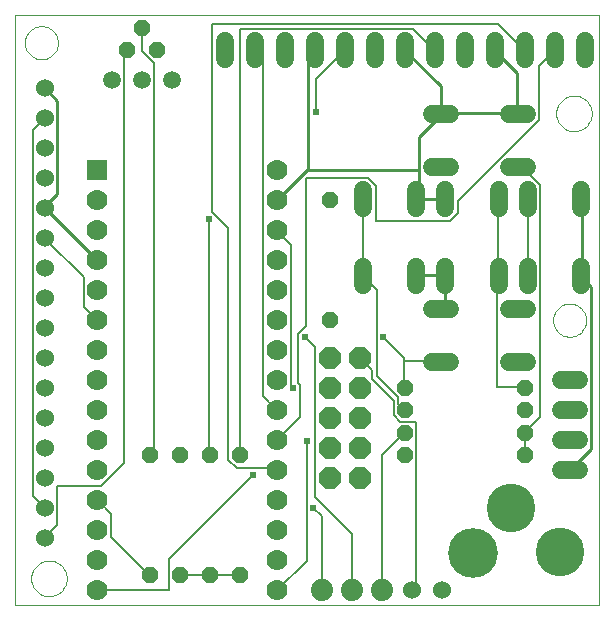
<source format=gtl>
G75*
%MOIN*%
%OFA0B0*%
%FSLAX24Y24*%
%IPPOS*%
%LPD*%
%AMOC8*
5,1,8,0,0,1.08239X$1,22.5*
%
%ADD10C,0.0000*%
%ADD11OC8,0.0520*%
%ADD12C,0.0600*%
%ADD13C,0.0594*%
%ADD14C,0.0594*%
%ADD15C,0.0600*%
%ADD16OC8,0.0740*%
%ADD17C,0.1660*%
%ADD18C,0.1620*%
%ADD19R,0.0700X0.0700*%
%ADD20C,0.0700*%
%ADD21C,0.0740*%
%ADD22C,0.0100*%
%ADD23C,0.0080*%
%ADD24C,0.0240*%
D10*
X000550Y002400D02*
X000550Y022085D01*
X020042Y022085D01*
X020042Y002400D01*
X000550Y002400D01*
X001103Y003294D02*
X001105Y003342D01*
X001111Y003390D01*
X001121Y003437D01*
X001134Y003483D01*
X001152Y003528D01*
X001172Y003572D01*
X001197Y003614D01*
X001225Y003653D01*
X001255Y003690D01*
X001289Y003724D01*
X001326Y003756D01*
X001364Y003785D01*
X001405Y003810D01*
X001448Y003832D01*
X001493Y003850D01*
X001539Y003864D01*
X001586Y003875D01*
X001634Y003882D01*
X001682Y003885D01*
X001730Y003884D01*
X001778Y003879D01*
X001826Y003870D01*
X001872Y003858D01*
X001917Y003841D01*
X001961Y003821D01*
X002003Y003798D01*
X002043Y003771D01*
X002081Y003741D01*
X002116Y003708D01*
X002148Y003672D01*
X002178Y003634D01*
X002204Y003593D01*
X002226Y003550D01*
X002246Y003506D01*
X002261Y003461D01*
X002273Y003414D01*
X002281Y003366D01*
X002285Y003318D01*
X002285Y003270D01*
X002281Y003222D01*
X002273Y003174D01*
X002261Y003127D01*
X002246Y003082D01*
X002226Y003038D01*
X002204Y002995D01*
X002178Y002954D01*
X002148Y002916D01*
X002116Y002880D01*
X002081Y002847D01*
X002043Y002817D01*
X002003Y002790D01*
X001961Y002767D01*
X001917Y002747D01*
X001872Y002730D01*
X001826Y002718D01*
X001778Y002709D01*
X001730Y002704D01*
X001682Y002703D01*
X001634Y002706D01*
X001586Y002713D01*
X001539Y002724D01*
X001493Y002738D01*
X001448Y002756D01*
X001405Y002778D01*
X001364Y002803D01*
X001326Y002832D01*
X001289Y002864D01*
X001255Y002898D01*
X001225Y002935D01*
X001197Y002974D01*
X001172Y003016D01*
X001152Y003060D01*
X001134Y003105D01*
X001121Y003151D01*
X001111Y003198D01*
X001105Y003246D01*
X001103Y003294D01*
X000893Y021150D02*
X000895Y021197D01*
X000901Y021243D01*
X000911Y021289D01*
X000924Y021334D01*
X000942Y021377D01*
X000963Y021419D01*
X000987Y021459D01*
X001015Y021496D01*
X001046Y021531D01*
X001080Y021564D01*
X001116Y021593D01*
X001155Y021619D01*
X001196Y021642D01*
X001239Y021661D01*
X001283Y021677D01*
X001328Y021689D01*
X001374Y021697D01*
X001421Y021701D01*
X001467Y021701D01*
X001514Y021697D01*
X001560Y021689D01*
X001605Y021677D01*
X001649Y021661D01*
X001692Y021642D01*
X001733Y021619D01*
X001772Y021593D01*
X001808Y021564D01*
X001842Y021531D01*
X001873Y021496D01*
X001901Y021459D01*
X001925Y021419D01*
X001946Y021377D01*
X001964Y021334D01*
X001977Y021289D01*
X001987Y021243D01*
X001993Y021197D01*
X001995Y021150D01*
X001993Y021103D01*
X001987Y021057D01*
X001977Y021011D01*
X001964Y020966D01*
X001946Y020923D01*
X001925Y020881D01*
X001901Y020841D01*
X001873Y020804D01*
X001842Y020769D01*
X001808Y020736D01*
X001772Y020707D01*
X001733Y020681D01*
X001692Y020658D01*
X001649Y020639D01*
X001605Y020623D01*
X001560Y020611D01*
X001514Y020603D01*
X001467Y020599D01*
X001421Y020599D01*
X001374Y020603D01*
X001328Y020611D01*
X001283Y020623D01*
X001239Y020639D01*
X001196Y020658D01*
X001155Y020681D01*
X001116Y020707D01*
X001080Y020736D01*
X001046Y020769D01*
X001015Y020804D01*
X000987Y020841D01*
X000963Y020881D01*
X000942Y020923D01*
X000924Y020966D01*
X000911Y021011D01*
X000901Y021057D01*
X000895Y021103D01*
X000893Y021150D01*
X018603Y018794D02*
X018605Y018842D01*
X018611Y018890D01*
X018621Y018937D01*
X018634Y018983D01*
X018652Y019028D01*
X018672Y019072D01*
X018697Y019114D01*
X018725Y019153D01*
X018755Y019190D01*
X018789Y019224D01*
X018826Y019256D01*
X018864Y019285D01*
X018905Y019310D01*
X018948Y019332D01*
X018993Y019350D01*
X019039Y019364D01*
X019086Y019375D01*
X019134Y019382D01*
X019182Y019385D01*
X019230Y019384D01*
X019278Y019379D01*
X019326Y019370D01*
X019372Y019358D01*
X019417Y019341D01*
X019461Y019321D01*
X019503Y019298D01*
X019543Y019271D01*
X019581Y019241D01*
X019616Y019208D01*
X019648Y019172D01*
X019678Y019134D01*
X019704Y019093D01*
X019726Y019050D01*
X019746Y019006D01*
X019761Y018961D01*
X019773Y018914D01*
X019781Y018866D01*
X019785Y018818D01*
X019785Y018770D01*
X019781Y018722D01*
X019773Y018674D01*
X019761Y018627D01*
X019746Y018582D01*
X019726Y018538D01*
X019704Y018495D01*
X019678Y018454D01*
X019648Y018416D01*
X019616Y018380D01*
X019581Y018347D01*
X019543Y018317D01*
X019503Y018290D01*
X019461Y018267D01*
X019417Y018247D01*
X019372Y018230D01*
X019326Y018218D01*
X019278Y018209D01*
X019230Y018204D01*
X019182Y018203D01*
X019134Y018206D01*
X019086Y018213D01*
X019039Y018224D01*
X018993Y018238D01*
X018948Y018256D01*
X018905Y018278D01*
X018864Y018303D01*
X018826Y018332D01*
X018789Y018364D01*
X018755Y018398D01*
X018725Y018435D01*
X018697Y018474D01*
X018672Y018516D01*
X018652Y018560D01*
X018634Y018605D01*
X018621Y018651D01*
X018611Y018698D01*
X018605Y018746D01*
X018603Y018794D01*
X018499Y011900D02*
X018501Y011947D01*
X018507Y011993D01*
X018517Y012039D01*
X018530Y012084D01*
X018548Y012127D01*
X018569Y012169D01*
X018593Y012209D01*
X018621Y012246D01*
X018652Y012281D01*
X018686Y012314D01*
X018722Y012343D01*
X018761Y012369D01*
X018802Y012392D01*
X018845Y012411D01*
X018889Y012427D01*
X018934Y012439D01*
X018980Y012447D01*
X019027Y012451D01*
X019073Y012451D01*
X019120Y012447D01*
X019166Y012439D01*
X019211Y012427D01*
X019255Y012411D01*
X019298Y012392D01*
X019339Y012369D01*
X019378Y012343D01*
X019414Y012314D01*
X019448Y012281D01*
X019479Y012246D01*
X019507Y012209D01*
X019531Y012169D01*
X019552Y012127D01*
X019570Y012084D01*
X019583Y012039D01*
X019593Y011993D01*
X019599Y011947D01*
X019601Y011900D01*
X019599Y011853D01*
X019593Y011807D01*
X019583Y011761D01*
X019570Y011716D01*
X019552Y011673D01*
X019531Y011631D01*
X019507Y011591D01*
X019479Y011554D01*
X019448Y011519D01*
X019414Y011486D01*
X019378Y011457D01*
X019339Y011431D01*
X019298Y011408D01*
X019255Y011389D01*
X019211Y011373D01*
X019166Y011361D01*
X019120Y011353D01*
X019073Y011349D01*
X019027Y011349D01*
X018980Y011353D01*
X018934Y011361D01*
X018889Y011373D01*
X018845Y011389D01*
X018802Y011408D01*
X018761Y011431D01*
X018722Y011457D01*
X018686Y011486D01*
X018652Y011519D01*
X018621Y011554D01*
X018593Y011591D01*
X018569Y011631D01*
X018548Y011673D01*
X018530Y011716D01*
X018517Y011761D01*
X018507Y011807D01*
X018501Y011853D01*
X018499Y011900D01*
D11*
X017550Y009650D03*
X017550Y008900D03*
X017550Y008150D03*
X017550Y007400D03*
X013550Y007400D03*
X013550Y008150D03*
X013550Y008900D03*
X013550Y009650D03*
X011050Y011900D03*
X011050Y015900D03*
X005300Y020900D03*
X004800Y021650D03*
X004300Y020900D03*
X005050Y007400D03*
X006050Y007400D03*
X007050Y007400D03*
X008050Y007400D03*
X008050Y003400D03*
X007050Y003400D03*
X006050Y003400D03*
X005050Y003400D03*
D12*
X001550Y004650D03*
X001550Y005650D03*
X001550Y006650D03*
X001550Y007650D03*
X001550Y008650D03*
X001550Y009650D03*
X001550Y010650D03*
X001550Y011650D03*
X001550Y012650D03*
X001550Y013650D03*
X001550Y014650D03*
X001550Y015650D03*
X001550Y016650D03*
X001550Y017650D03*
X001550Y018650D03*
X001550Y019650D03*
X013800Y002900D03*
X014800Y002900D03*
D13*
X005800Y019900D03*
X004800Y019900D03*
X003800Y019900D03*
D14*
X007550Y020603D02*
X007550Y021197D01*
X008550Y021197D02*
X008550Y020603D01*
X009550Y020603D02*
X009550Y021197D01*
X010550Y021197D02*
X010550Y020603D01*
X011550Y020603D02*
X011550Y021197D01*
X012550Y021197D02*
X012550Y020603D01*
X013550Y020603D02*
X013550Y021197D01*
X014550Y021197D02*
X014550Y020603D01*
X015550Y020603D02*
X015550Y021197D01*
X016550Y021197D02*
X016550Y020603D01*
X017550Y020603D02*
X017550Y021197D01*
X018550Y021197D02*
X018550Y020603D01*
X019550Y020603D02*
X019550Y021197D01*
X019347Y009900D02*
X018753Y009900D01*
X018753Y008900D02*
X019347Y008900D01*
X019347Y007900D02*
X018753Y007900D01*
X018753Y006900D02*
X019347Y006900D01*
D15*
X017630Y010510D02*
X017030Y010510D01*
X017030Y012290D02*
X017630Y012290D01*
X017660Y013070D02*
X017660Y013670D01*
X016690Y013670D02*
X016690Y013070D01*
X015070Y012290D02*
X014470Y012290D01*
X014910Y013070D02*
X014910Y013670D01*
X013940Y013670D02*
X013940Y013070D01*
X012160Y013070D02*
X012160Y013670D01*
X012160Y015630D02*
X012160Y016230D01*
X013940Y016230D02*
X013940Y015630D01*
X014910Y015630D02*
X014910Y016230D01*
X015070Y017010D02*
X014470Y017010D01*
X014470Y018790D02*
X015070Y018790D01*
X017030Y018790D02*
X017630Y018790D01*
X017630Y017010D02*
X017030Y017010D01*
X016690Y016230D02*
X016690Y015630D01*
X017660Y015630D02*
X017660Y016230D01*
X019440Y016230D02*
X019440Y015630D01*
X019440Y013670D02*
X019440Y013070D01*
X015070Y010510D02*
X014470Y010510D01*
D16*
X012050Y010650D03*
X012050Y009650D03*
X012050Y008650D03*
X012050Y007650D03*
X012050Y006650D03*
X011050Y006650D03*
X011050Y007650D03*
X011050Y008650D03*
X011050Y009650D03*
X011050Y010650D03*
D17*
X015836Y004150D03*
D18*
X017087Y005631D03*
X018719Y004160D03*
D19*
X003300Y016900D03*
D20*
X003300Y015900D03*
X003300Y014900D03*
X003300Y013900D03*
X003300Y012900D03*
X003300Y011900D03*
X003300Y010900D03*
X003300Y009900D03*
X003300Y008900D03*
X003300Y007900D03*
X003300Y006900D03*
X003300Y005900D03*
X003300Y004900D03*
X003300Y003900D03*
X003300Y002900D03*
X009300Y002900D03*
X009300Y003900D03*
X009300Y004900D03*
X009300Y005900D03*
X009300Y006900D03*
X009300Y007900D03*
X009300Y008900D03*
X009300Y009900D03*
X009300Y010900D03*
X009300Y011900D03*
X009300Y012900D03*
X009300Y013900D03*
X009300Y014900D03*
X009300Y015900D03*
X009300Y016900D03*
D21*
X010800Y002900D03*
X011800Y002900D03*
X012800Y002900D03*
D22*
X019050Y006900D02*
X019070Y006904D01*
X019763Y007597D01*
X019763Y013014D01*
X019448Y013329D01*
X019440Y013370D01*
X019448Y013392D01*
X019448Y015912D01*
X019440Y015930D01*
X017330Y018790D02*
X017274Y018809D01*
X014818Y018809D01*
X014770Y018790D01*
X014755Y018746D01*
X014030Y018022D01*
X014030Y016920D01*
X010377Y016920D01*
X010345Y016951D01*
X010345Y020699D01*
X010534Y020888D01*
X010550Y020900D01*
X013550Y020900D02*
X013558Y020888D01*
X014755Y019691D01*
X014755Y018809D01*
X014770Y018790D01*
X014030Y016920D02*
X014030Y015975D01*
X013940Y015930D01*
X013967Y015943D01*
X014881Y015943D01*
X014910Y015930D01*
X014849Y013392D02*
X013967Y013392D01*
X013940Y013370D01*
X014849Y013392D02*
X014910Y013370D01*
X014881Y013361D01*
X014881Y012416D01*
X014786Y012321D01*
X014770Y012290D01*
X010345Y016951D02*
X009306Y015912D01*
X009300Y015900D01*
X003300Y013900D02*
X003290Y013896D01*
X001558Y015628D01*
X001550Y015650D01*
X001558Y015691D01*
X001967Y016101D01*
X001967Y019219D01*
X001558Y019628D01*
X001550Y019650D01*
X016550Y020888D02*
X016550Y020900D01*
X016550Y020888D02*
X017306Y020132D01*
X017306Y018809D01*
X017330Y018790D01*
D23*
X018030Y018589D02*
X015322Y015880D01*
X015322Y015471D01*
X015070Y015219D01*
X012581Y015219D01*
X012581Y016384D01*
X012330Y016636D01*
X010251Y016636D01*
X010251Y011691D01*
X009999Y011439D01*
X009999Y009802D01*
X010062Y009739D01*
X010062Y008668D01*
X009306Y007912D01*
X009300Y007900D01*
X009274Y006967D02*
X009274Y006904D01*
X009300Y006900D01*
X009274Y006967D02*
X007952Y006967D01*
X007668Y007250D01*
X007668Y014967D01*
X007133Y015502D01*
X007133Y021770D01*
X016676Y021770D01*
X017526Y020920D01*
X017550Y020900D01*
X018030Y020384D02*
X018030Y018589D01*
X017495Y016983D02*
X017337Y016983D01*
X017330Y017010D01*
X017495Y016983D02*
X018062Y016416D01*
X018062Y008668D01*
X017558Y008164D01*
X017550Y008150D01*
X017558Y008132D01*
X017558Y007408D01*
X017550Y007400D01*
X017550Y009650D02*
X017526Y009676D01*
X016613Y009676D01*
X016613Y013298D01*
X016676Y013361D01*
X016690Y013370D01*
X016676Y013392D01*
X016676Y015912D01*
X016690Y015930D01*
X017652Y015912D02*
X017660Y015930D01*
X017652Y015912D02*
X017652Y013392D01*
X017660Y013370D01*
X014755Y010526D02*
X014770Y010510D01*
X014755Y010526D02*
X013526Y010526D01*
X013526Y010652D01*
X012833Y011345D01*
X012078Y010620D02*
X012050Y010650D01*
X012078Y010620D02*
X012456Y010243D01*
X012456Y009928D01*
X013180Y009203D01*
X013180Y008731D01*
X013400Y008510D01*
X013936Y008510D01*
X013936Y003030D01*
X013810Y002904D01*
X013800Y002900D01*
X012802Y002904D02*
X012800Y002900D01*
X012802Y002904D02*
X012802Y007408D01*
X013526Y008132D01*
X013550Y008150D01*
X013550Y008900D02*
X013526Y008920D01*
X013337Y009109D01*
X013337Y009329D01*
X012613Y010054D01*
X012613Y012920D01*
X012172Y013361D01*
X012160Y013370D01*
X012172Y013392D01*
X012172Y015912D01*
X012160Y015930D01*
X009778Y014400D02*
X009306Y014872D01*
X009300Y014900D01*
X009778Y014400D02*
X009778Y009707D01*
X009841Y009644D01*
X009274Y008920D02*
X009300Y008900D01*
X009274Y008920D02*
X008833Y009361D01*
X008833Y020605D01*
X008550Y020888D01*
X008550Y020900D01*
X008078Y021613D02*
X008078Y007408D01*
X008050Y007400D01*
X008487Y006746D02*
X005684Y003943D01*
X005684Y002904D01*
X003322Y002904D01*
X003300Y002900D01*
X005022Y003408D02*
X005050Y003400D01*
X005022Y003408D02*
X003763Y004668D01*
X003763Y005455D01*
X003322Y005896D01*
X003300Y005900D01*
X003416Y006369D02*
X001967Y006369D01*
X001967Y005077D01*
X001558Y004668D01*
X001550Y004650D01*
X001550Y005650D02*
X001526Y005676D01*
X001148Y006054D01*
X001148Y018243D01*
X001526Y018620D01*
X001550Y018650D01*
X004204Y020794D02*
X004204Y007156D01*
X003416Y006369D01*
X005050Y007400D02*
X005054Y007408D01*
X005211Y007565D01*
X005211Y020479D01*
X004802Y020888D01*
X004802Y021644D01*
X004800Y021650D01*
X004300Y020900D02*
X004298Y020888D01*
X004204Y020794D01*
X008078Y021613D02*
X013841Y021613D01*
X014534Y020920D01*
X014550Y020900D01*
X011550Y020900D02*
X011542Y020888D01*
X010597Y019943D01*
X010597Y018841D01*
X007038Y015282D02*
X007038Y007408D01*
X007050Y007400D01*
X010282Y007880D02*
X010282Y003880D01*
X009306Y002904D01*
X009300Y002900D01*
X008050Y003400D02*
X008046Y003408D01*
X007070Y003408D01*
X007050Y003400D01*
X007038Y003408D01*
X006062Y003408D01*
X006050Y003400D01*
X010503Y005644D02*
X010786Y005361D01*
X010786Y002904D01*
X010800Y002900D01*
X011794Y002904D02*
X011800Y002900D01*
X011794Y002904D02*
X011794Y004762D01*
X010566Y005991D01*
X010566Y010998D01*
X010219Y011345D01*
X013526Y010526D02*
X013526Y009676D01*
X013550Y009650D01*
X003300Y011900D02*
X003290Y011912D01*
X002849Y012353D01*
X002849Y013329D01*
X001558Y014620D01*
X001550Y014650D01*
X018030Y020384D02*
X018534Y020888D01*
X018550Y020900D01*
D24*
X010597Y018841D03*
X007038Y015282D03*
X010219Y011345D03*
X009841Y009644D03*
X010282Y007880D03*
X008487Y006746D03*
X010503Y005644D03*
X012833Y011345D03*
M02*

</source>
